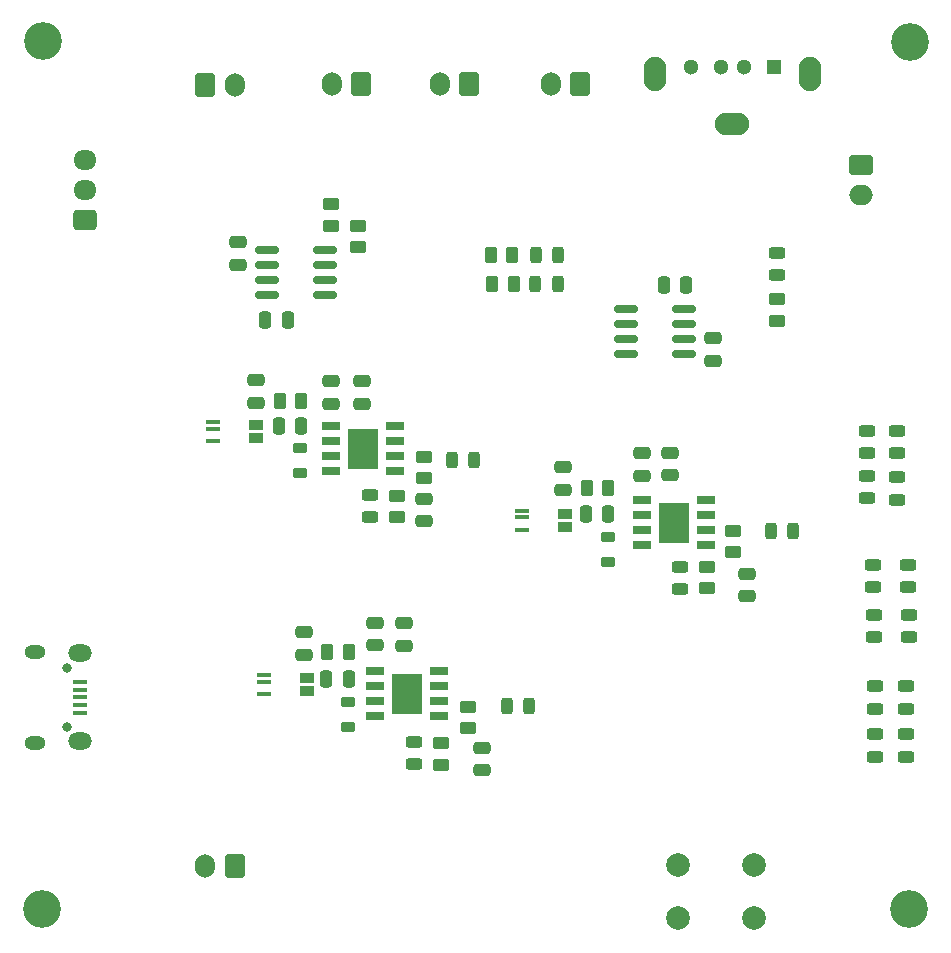
<source format=gbr>
%TF.GenerationSoftware,KiCad,Pcbnew,7.0.8-7.0.8~ubuntu22.04.1*%
%TF.CreationDate,2023-10-06T08:50:00+03:00*%
%TF.ProjectId,Omarich EPS stack V1.5,4f6d6172-6963-4682-9045-505320737461,rev?*%
%TF.SameCoordinates,Original*%
%TF.FileFunction,Soldermask,Top*%
%TF.FilePolarity,Negative*%
%FSLAX46Y46*%
G04 Gerber Fmt 4.6, Leading zero omitted, Abs format (unit mm)*
G04 Created by KiCad (PCBNEW 7.0.8-7.0.8~ubuntu22.04.1) date 2023-10-06 08:50:00*
%MOMM*%
%LPD*%
G01*
G04 APERTURE LIST*
G04 Aperture macros list*
%AMRoundRect*
0 Rectangle with rounded corners*
0 $1 Rounding radius*
0 $2 $3 $4 $5 $6 $7 $8 $9 X,Y pos of 4 corners*
0 Add a 4 corners polygon primitive as box body*
4,1,4,$2,$3,$4,$5,$6,$7,$8,$9,$2,$3,0*
0 Add four circle primitives for the rounded corners*
1,1,$1+$1,$2,$3*
1,1,$1+$1,$4,$5*
1,1,$1+$1,$6,$7*
1,1,$1+$1,$8,$9*
0 Add four rect primitives between the rounded corners*
20,1,$1+$1,$2,$3,$4,$5,0*
20,1,$1+$1,$4,$5,$6,$7,0*
20,1,$1+$1,$6,$7,$8,$9,0*
20,1,$1+$1,$8,$9,$2,$3,0*%
G04 Aperture macros list end*
%ADD10O,0.800000X0.800000*%
%ADD11R,1.300000X0.450000*%
%ADD12O,1.800000X1.150000*%
%ADD13O,2.000000X1.450000*%
%ADD14RoundRect,0.250000X-0.475000X0.250000X-0.475000X-0.250000X0.475000X-0.250000X0.475000X0.250000X0*%
%ADD15RoundRect,0.243750X0.243750X0.456250X-0.243750X0.456250X-0.243750X-0.456250X0.243750X-0.456250X0*%
%ADD16RoundRect,0.243750X0.456250X-0.243750X0.456250X0.243750X-0.456250X0.243750X-0.456250X-0.243750X0*%
%ADD17RoundRect,0.250000X0.475000X-0.250000X0.475000X0.250000X-0.475000X0.250000X-0.475000X-0.250000X0*%
%ADD18RoundRect,0.250000X-0.450000X0.262500X-0.450000X-0.262500X0.450000X-0.262500X0.450000X0.262500X0*%
%ADD19RoundRect,0.243750X-0.243750X-0.456250X0.243750X-0.456250X0.243750X0.456250X-0.243750X0.456250X0*%
%ADD20RoundRect,0.243750X-0.456250X0.243750X-0.456250X-0.243750X0.456250X-0.243750X0.456250X0.243750X0*%
%ADD21C,3.200000*%
%ADD22R,1.525000X0.700000*%
%ADD23R,2.513000X3.402000*%
%ADD24RoundRect,0.050800X-0.500000X0.150000X-0.500000X-0.150000X0.500000X-0.150000X0.500000X0.150000X0*%
%ADD25RoundRect,0.050800X-0.500000X0.400000X-0.500000X-0.400000X0.500000X-0.400000X0.500000X0.400000X0*%
%ADD26RoundRect,0.250000X-0.750000X0.600000X-0.750000X-0.600000X0.750000X-0.600000X0.750000X0.600000X0*%
%ADD27O,2.000000X1.700000*%
%ADD28RoundRect,0.250000X0.250000X0.475000X-0.250000X0.475000X-0.250000X-0.475000X0.250000X-0.475000X0*%
%ADD29RoundRect,0.250000X-0.262500X-0.450000X0.262500X-0.450000X0.262500X0.450000X-0.262500X0.450000X0*%
%ADD30RoundRect,0.250000X0.725000X-0.600000X0.725000X0.600000X-0.725000X0.600000X-0.725000X-0.600000X0*%
%ADD31O,1.950000X1.700000*%
%ADD32RoundRect,0.250000X0.450000X-0.262500X0.450000X0.262500X-0.450000X0.262500X-0.450000X-0.262500X0*%
%ADD33RoundRect,0.218750X-0.381250X0.218750X-0.381250X-0.218750X0.381250X-0.218750X0.381250X0.218750X0*%
%ADD34RoundRect,0.250000X-0.600000X-0.750000X0.600000X-0.750000X0.600000X0.750000X-0.600000X0.750000X0*%
%ADD35O,1.700000X2.000000*%
%ADD36RoundRect,0.150000X-0.825000X-0.150000X0.825000X-0.150000X0.825000X0.150000X-0.825000X0.150000X0*%
%ADD37R,1.300000X1.300000*%
%ADD38C,1.300000*%
%ADD39O,1.900000X2.900000*%
%ADD40O,2.900000X1.900000*%
%ADD41C,2.000000*%
%ADD42RoundRect,0.150000X0.825000X0.150000X-0.825000X0.150000X-0.825000X-0.150000X0.825000X-0.150000X0*%
%ADD43RoundRect,0.250000X-0.250000X-0.475000X0.250000X-0.475000X0.250000X0.475000X-0.250000X0.475000X0*%
%ADD44RoundRect,0.250000X0.600000X0.750000X-0.600000X0.750000X-0.600000X-0.750000X0.600000X-0.750000X0*%
G04 APERTURE END LIST*
D10*
%TO.C,J9*%
X134905000Y-126781000D03*
X134905000Y-131781000D03*
D11*
X136005000Y-127981000D03*
X136005000Y-128631000D03*
X136005000Y-129281000D03*
X136005000Y-129931000D03*
X136005000Y-130581000D03*
D12*
X132155000Y-125406000D03*
D13*
X135955000Y-125556000D03*
X135955000Y-133006000D03*
D12*
X132155000Y-133156000D03*
%TD*%
D14*
%TO.C,C13*%
X160960000Y-122978000D03*
X160960000Y-124878000D03*
%TD*%
D15*
%TO.C,D9*%
X176474000Y-91800000D03*
X174599000Y-91800000D03*
%TD*%
D14*
%TO.C,C7*%
X157210000Y-102530000D03*
X157210000Y-104430000D03*
%TD*%
D16*
%TO.C,D15*%
X206130000Y-124170000D03*
X206130000Y-122295000D03*
%TD*%
%TO.C,D18*%
X202617000Y-108600000D03*
X202617000Y-106725000D03*
%TD*%
D17*
%TO.C,C21*%
X154972500Y-125668000D03*
X154972500Y-123768000D03*
%TD*%
D16*
%TO.C,D4*%
X205890000Y-130226000D03*
X205890000Y-128351000D03*
%TD*%
%TO.C,D20*%
X205184000Y-108565000D03*
X205184000Y-106690000D03*
%TD*%
D18*
%TO.C,R5*%
X162810000Y-112205000D03*
X162810000Y-114030000D03*
%TD*%
D19*
%TO.C,D8*%
X167460000Y-109190000D03*
X169335000Y-109190000D03*
%TD*%
D16*
%TO.C,D21*%
X205184000Y-112532000D03*
X205184000Y-110657000D03*
%TD*%
D17*
%TO.C,C10*%
X150900000Y-104332000D03*
X150900000Y-102432000D03*
%TD*%
D20*
%TO.C,D1*%
X194960000Y-91650000D03*
X194960000Y-93525000D03*
%TD*%
D21*
%TO.C,H2*%
X206230000Y-73760000D03*
%TD*%
D16*
%TO.C,D5*%
X203300000Y-134290000D03*
X203300000Y-132415000D03*
%TD*%
D22*
%TO.C,IC2*%
X160978000Y-127061000D03*
X160978000Y-128331000D03*
X160978000Y-129601000D03*
X160978000Y-130871000D03*
X166402000Y-130871000D03*
X166402000Y-129601000D03*
X166402000Y-128331000D03*
X166402000Y-127061000D03*
D23*
X163690000Y-128966000D03*
%TD*%
D24*
%TO.C,U5*%
X151572500Y-127418000D03*
X151572500Y-127948000D03*
X151572500Y-129008000D03*
D25*
X155222500Y-128758000D03*
X155222500Y-127668000D03*
%TD*%
D26*
%TO.C,J3*%
X202077500Y-84230000D03*
D27*
X202077500Y-86730000D03*
%TD*%
D15*
%TO.C,D2*%
X176410000Y-94320000D03*
X174535000Y-94320000D03*
%TD*%
D21*
%TO.C,H1*%
X132800000Y-73710000D03*
%TD*%
D28*
%TO.C,C14*%
X158742500Y-127708000D03*
X156842500Y-127708000D03*
%TD*%
D18*
%TO.C,R11*%
X168790000Y-130073000D03*
X168790000Y-131898000D03*
%TD*%
D24*
%TO.C,U6*%
X173405000Y-113490520D03*
X173405000Y-114020520D03*
X173405000Y-115080520D03*
D25*
X177055000Y-114830520D03*
X177055000Y-113740520D03*
%TD*%
D16*
%TO.C,D13*%
X203176000Y-124147500D03*
X203176000Y-122272500D03*
%TD*%
D29*
%TO.C,R8*%
X170742000Y-91800000D03*
X172567000Y-91800000D03*
%TD*%
D30*
%TO.C,J4*%
X136398000Y-88820000D03*
D31*
X136398000Y-86320000D03*
X136398000Y-83820000D03*
%TD*%
D21*
%TO.C,H4*%
X132720000Y-147220000D03*
%TD*%
D24*
%TO.C,U3*%
X147205000Y-106002520D03*
X147205000Y-106532520D03*
X147205000Y-107592520D03*
D25*
X150855000Y-107342520D03*
X150855000Y-106252520D03*
%TD*%
D17*
%TO.C,C22*%
X176843000Y-111680000D03*
X176843000Y-109780000D03*
%TD*%
D32*
%TO.C,R3*%
X194960000Y-97382000D03*
X194960000Y-95557000D03*
%TD*%
D16*
%TO.C,D14*%
X206060000Y-119950000D03*
X206060000Y-118075000D03*
%TD*%
D14*
%TO.C,C8*%
X159880000Y-102510000D03*
X159880000Y-104410000D03*
%TD*%
D29*
%TO.C,R14*%
X156890000Y-125438000D03*
X158715000Y-125438000D03*
%TD*%
D16*
%TO.C,D3*%
X203300000Y-130226000D03*
X203300000Y-128351000D03*
%TD*%
%TO.C,D19*%
X202630000Y-112435000D03*
X202630000Y-110560000D03*
%TD*%
D17*
%TO.C,C5*%
X149365000Y-92636000D03*
X149365000Y-90736000D03*
%TD*%
D33*
%TO.C,L2*%
X158652500Y-129698000D03*
X158652500Y-131823000D03*
%TD*%
%TO.C,L1*%
X154630000Y-108185000D03*
X154630000Y-110310000D03*
%TD*%
D34*
%TO.C,J2*%
X146558000Y-77470000D03*
D35*
X149058000Y-77470000D03*
%TD*%
D29*
%TO.C,R15*%
X178875000Y-111558000D03*
X180700000Y-111558000D03*
%TD*%
D21*
%TO.C,H3*%
X206190000Y-147170000D03*
%TD*%
D28*
%TO.C,C18*%
X180684000Y-113747000D03*
X178784000Y-113747000D03*
%TD*%
D36*
%TO.C,U4*%
X182201000Y-96367000D03*
X182201000Y-97637000D03*
X182201000Y-98907000D03*
X182201000Y-100177000D03*
X187151000Y-100177000D03*
X187151000Y-98907000D03*
X187151000Y-97637000D03*
X187151000Y-96367000D03*
%TD*%
D37*
%TO.C,J6*%
X194710000Y-75915000D03*
D38*
X192210000Y-75915000D03*
X190210000Y-75915000D03*
X187710000Y-75915000D03*
D39*
X197780000Y-76515000D03*
D40*
X191210000Y-80695000D03*
D39*
X184640000Y-76515000D03*
%TD*%
D14*
%TO.C,C17*%
X183526000Y-108598000D03*
X183526000Y-110498000D03*
%TD*%
D18*
%TO.C,R12*%
X189020000Y-118235000D03*
X189020000Y-120060000D03*
%TD*%
D16*
%TO.C,D17*%
X186740000Y-120075000D03*
X186740000Y-118200000D03*
%TD*%
D14*
%TO.C,C15*%
X163390000Y-122988000D03*
X163390000Y-124888000D03*
%TD*%
D22*
%TO.C,IC1*%
X157212000Y-106340000D03*
X157212000Y-107610000D03*
X157212000Y-108880000D03*
X157212000Y-110150000D03*
X162636000Y-110150000D03*
X162636000Y-108880000D03*
X162636000Y-107610000D03*
X162636000Y-106340000D03*
D23*
X159924000Y-108245000D03*
%TD*%
D22*
%TO.C,IC3*%
X183520000Y-112604000D03*
X183520000Y-113874000D03*
X183520000Y-115144000D03*
X183520000Y-116414000D03*
X188944000Y-116414000D03*
X188944000Y-115144000D03*
X188944000Y-113874000D03*
X188944000Y-112604000D03*
D23*
X186232000Y-114509000D03*
%TD*%
D28*
%TO.C,C3*%
X153551000Y-97356000D03*
X151651000Y-97356000D03*
%TD*%
%TO.C,C6*%
X154700000Y-106340000D03*
X152800000Y-106340000D03*
%TD*%
D14*
%TO.C,C16*%
X170030000Y-133550000D03*
X170030000Y-135450000D03*
%TD*%
D16*
%TO.C,D7*%
X160550000Y-113980000D03*
X160550000Y-112105000D03*
%TD*%
D19*
%TO.C,D22*%
X194460000Y-115220000D03*
X196335000Y-115220000D03*
%TD*%
D41*
%TO.C,SW1*%
X193070000Y-148000000D03*
X186570000Y-148000000D03*
X193070000Y-143500000D03*
X186570000Y-143500000D03*
%TD*%
D14*
%TO.C,C20*%
X192460000Y-118800000D03*
X192460000Y-120700000D03*
%TD*%
%TO.C,C12*%
X189590000Y-98890000D03*
X189590000Y-100790000D03*
%TD*%
D18*
%TO.C,R13*%
X191240000Y-115160000D03*
X191240000Y-116985000D03*
%TD*%
D16*
%TO.C,D11*%
X164230000Y-134905000D03*
X164230000Y-133030000D03*
%TD*%
D29*
%TO.C,R7*%
X152885000Y-104210000D03*
X154710000Y-104210000D03*
%TD*%
D32*
%TO.C,R1*%
X159512000Y-91186000D03*
X159512000Y-89361000D03*
%TD*%
D29*
%TO.C,R4*%
X170862500Y-94320000D03*
X172687500Y-94320000D03*
%TD*%
D18*
%TO.C,R6*%
X165110000Y-108897000D03*
X165110000Y-110722000D03*
%TD*%
%TO.C,R10*%
X166530000Y-133175000D03*
X166530000Y-135000000D03*
%TD*%
D42*
%TO.C,U1*%
X156728000Y-95181000D03*
X156728000Y-93911000D03*
X156728000Y-92641000D03*
X156728000Y-91371000D03*
X151778000Y-91371000D03*
X151778000Y-92641000D03*
X151778000Y-93911000D03*
X151778000Y-95181000D03*
%TD*%
D43*
%TO.C,C11*%
X185410000Y-94350000D03*
X187310000Y-94350000D03*
%TD*%
D14*
%TO.C,C19*%
X185910000Y-108588000D03*
X185910000Y-110488000D03*
%TD*%
D44*
%TO.C,J1*%
X149078000Y-143517500D03*
D35*
X146578000Y-143517500D03*
%TD*%
D33*
%TO.C,L3*%
X180650000Y-115725500D03*
X180650000Y-117850500D03*
%TD*%
D19*
%TO.C,D16*%
X172115000Y-130048000D03*
X173990000Y-130048000D03*
%TD*%
D14*
%TO.C,C9*%
X165100000Y-112470000D03*
X165100000Y-114370000D03*
%TD*%
D16*
%TO.C,D12*%
X203106000Y-119927500D03*
X203106000Y-118052500D03*
%TD*%
D32*
%TO.C,R2*%
X157190000Y-89370000D03*
X157190000Y-87545000D03*
%TD*%
D16*
%TO.C,D6*%
X205890000Y-134290000D03*
X205890000Y-132415000D03*
%TD*%
D44*
%TO.C,J12*%
X178350000Y-77380000D03*
D35*
X175850000Y-77380000D03*
%TD*%
D44*
%TO.C,J11*%
X168952000Y-77380000D03*
D35*
X166452000Y-77380000D03*
%TD*%
D44*
%TO.C,J10*%
X159808000Y-77334000D03*
D35*
X157308000Y-77334000D03*
%TD*%
M02*

</source>
